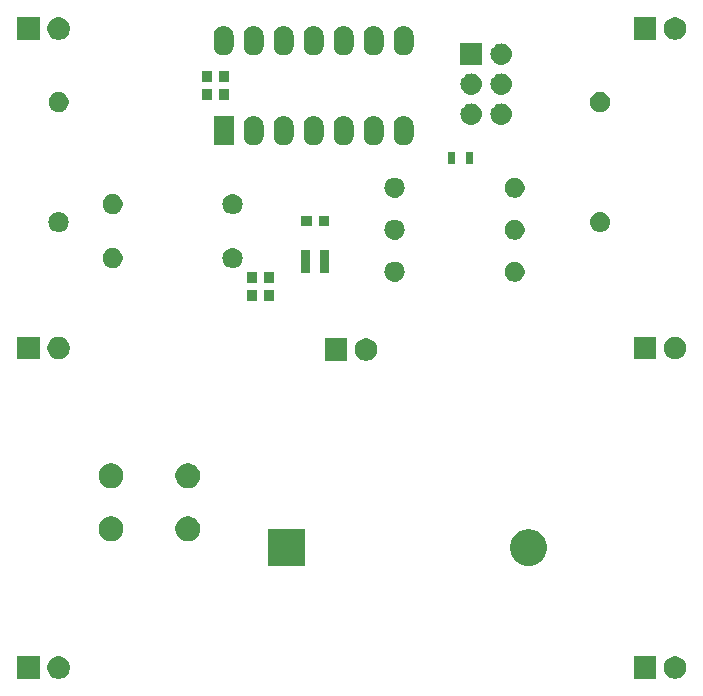
<source format=gbr>
G04 #@! TF.GenerationSoftware,KiCad,Pcbnew,(5.1.4-0-10_14)*
G04 #@! TF.CreationDate,2021-08-15T13:31:00+02:00*
G04 #@! TF.ProjectId,avrCubeRev2,61767243-7562-4655-9265-76322e6b6963,rev?*
G04 #@! TF.SameCoordinates,Original*
G04 #@! TF.FileFunction,Soldermask,Bot*
G04 #@! TF.FilePolarity,Negative*
%FSLAX46Y46*%
G04 Gerber Fmt 4.6, Leading zero omitted, Abs format (unit mm)*
G04 Created by KiCad (PCBNEW (5.1.4-0-10_14)) date 2021-08-15 13:31:00*
%MOMM*%
%LPD*%
G04 APERTURE LIST*
%ADD10C,0.100000*%
G04 APERTURE END LIST*
D10*
G36*
X108608395Y-118846546D02*
G01*
X108781466Y-118918234D01*
X108781467Y-118918235D01*
X108937227Y-119022310D01*
X109069690Y-119154773D01*
X109069691Y-119154775D01*
X109173766Y-119310534D01*
X109245454Y-119483605D01*
X109282000Y-119667333D01*
X109282000Y-119854667D01*
X109245454Y-120038395D01*
X109173766Y-120211466D01*
X109173765Y-120211467D01*
X109069690Y-120367227D01*
X108937227Y-120499690D01*
X108858818Y-120552081D01*
X108781466Y-120603766D01*
X108608395Y-120675454D01*
X108424667Y-120712000D01*
X108237333Y-120712000D01*
X108053605Y-120675454D01*
X107880534Y-120603766D01*
X107803182Y-120552081D01*
X107724773Y-120499690D01*
X107592310Y-120367227D01*
X107488235Y-120211467D01*
X107488234Y-120211466D01*
X107416546Y-120038395D01*
X107380000Y-119854667D01*
X107380000Y-119667333D01*
X107416546Y-119483605D01*
X107488234Y-119310534D01*
X107592309Y-119154775D01*
X107592310Y-119154773D01*
X107724773Y-119022310D01*
X107880533Y-118918235D01*
X107880534Y-118918234D01*
X108053605Y-118846546D01*
X108237333Y-118810000D01*
X108424667Y-118810000D01*
X108608395Y-118846546D01*
X108608395Y-118846546D01*
G37*
G36*
X106742000Y-120712000D02*
G01*
X104840000Y-120712000D01*
X104840000Y-118810000D01*
X106742000Y-118810000D01*
X106742000Y-120712000D01*
X106742000Y-120712000D01*
G37*
G36*
X56411395Y-118846546D02*
G01*
X56584466Y-118918234D01*
X56584467Y-118918235D01*
X56740227Y-119022310D01*
X56872690Y-119154773D01*
X56872691Y-119154775D01*
X56976766Y-119310534D01*
X57048454Y-119483605D01*
X57085000Y-119667333D01*
X57085000Y-119854667D01*
X57048454Y-120038395D01*
X56976766Y-120211466D01*
X56976765Y-120211467D01*
X56872690Y-120367227D01*
X56740227Y-120499690D01*
X56661818Y-120552081D01*
X56584466Y-120603766D01*
X56411395Y-120675454D01*
X56227667Y-120712000D01*
X56040333Y-120712000D01*
X55856605Y-120675454D01*
X55683534Y-120603766D01*
X55606182Y-120552081D01*
X55527773Y-120499690D01*
X55395310Y-120367227D01*
X55291235Y-120211467D01*
X55291234Y-120211466D01*
X55219546Y-120038395D01*
X55183000Y-119854667D01*
X55183000Y-119667333D01*
X55219546Y-119483605D01*
X55291234Y-119310534D01*
X55395309Y-119154775D01*
X55395310Y-119154773D01*
X55527773Y-119022310D01*
X55683533Y-118918235D01*
X55683534Y-118918234D01*
X55856605Y-118846546D01*
X56040333Y-118810000D01*
X56227667Y-118810000D01*
X56411395Y-118846546D01*
X56411395Y-118846546D01*
G37*
G36*
X54545000Y-120712000D02*
G01*
X52643000Y-120712000D01*
X52643000Y-118810000D01*
X54545000Y-118810000D01*
X54545000Y-120712000D01*
X54545000Y-120712000D01*
G37*
G36*
X76989000Y-111152000D02*
G01*
X73887000Y-111152000D01*
X73887000Y-108050000D01*
X76989000Y-108050000D01*
X76989000Y-111152000D01*
X76989000Y-111152000D01*
G37*
G36*
X96230585Y-108079802D02*
G01*
X96380410Y-108109604D01*
X96662674Y-108226521D01*
X96916705Y-108396259D01*
X97132741Y-108612295D01*
X97302479Y-108866326D01*
X97419396Y-109148590D01*
X97479000Y-109448240D01*
X97479000Y-109753760D01*
X97419396Y-110053410D01*
X97302479Y-110335674D01*
X97132741Y-110589705D01*
X96916705Y-110805741D01*
X96662674Y-110975479D01*
X96380410Y-111092396D01*
X96230585Y-111122198D01*
X96080761Y-111152000D01*
X95775239Y-111152000D01*
X95625415Y-111122198D01*
X95475590Y-111092396D01*
X95193326Y-110975479D01*
X94939295Y-110805741D01*
X94723259Y-110589705D01*
X94553521Y-110335674D01*
X94436604Y-110053410D01*
X94377000Y-109753760D01*
X94377000Y-109448240D01*
X94436604Y-109148590D01*
X94553521Y-108866326D01*
X94723259Y-108612295D01*
X94939295Y-108396259D01*
X95193326Y-108226521D01*
X95475590Y-108109604D01*
X95625415Y-108079802D01*
X95775239Y-108050000D01*
X96080761Y-108050000D01*
X96230585Y-108079802D01*
X96230585Y-108079802D01*
G37*
G36*
X60885564Y-106994389D02*
G01*
X61076833Y-107073615D01*
X61076835Y-107073616D01*
X61248973Y-107188635D01*
X61395365Y-107335027D01*
X61510385Y-107507167D01*
X61589611Y-107698436D01*
X61630000Y-107901484D01*
X61630000Y-108108516D01*
X61589611Y-108311564D01*
X61510385Y-108502833D01*
X61510384Y-108502835D01*
X61395365Y-108674973D01*
X61248973Y-108821365D01*
X61076835Y-108936384D01*
X61076834Y-108936385D01*
X61076833Y-108936385D01*
X60885564Y-109015611D01*
X60682516Y-109056000D01*
X60475484Y-109056000D01*
X60272436Y-109015611D01*
X60081167Y-108936385D01*
X60081166Y-108936385D01*
X60081165Y-108936384D01*
X59909027Y-108821365D01*
X59762635Y-108674973D01*
X59647616Y-108502835D01*
X59647615Y-108502833D01*
X59568389Y-108311564D01*
X59528000Y-108108516D01*
X59528000Y-107901484D01*
X59568389Y-107698436D01*
X59647615Y-107507167D01*
X59762635Y-107335027D01*
X59909027Y-107188635D01*
X60081165Y-107073616D01*
X60081167Y-107073615D01*
X60272436Y-106994389D01*
X60475484Y-106954000D01*
X60682516Y-106954000D01*
X60885564Y-106994389D01*
X60885564Y-106994389D01*
G37*
G36*
X67385564Y-106994389D02*
G01*
X67576833Y-107073615D01*
X67576835Y-107073616D01*
X67748973Y-107188635D01*
X67895365Y-107335027D01*
X68010385Y-107507167D01*
X68089611Y-107698436D01*
X68130000Y-107901484D01*
X68130000Y-108108516D01*
X68089611Y-108311564D01*
X68010385Y-108502833D01*
X68010384Y-108502835D01*
X67895365Y-108674973D01*
X67748973Y-108821365D01*
X67576835Y-108936384D01*
X67576834Y-108936385D01*
X67576833Y-108936385D01*
X67385564Y-109015611D01*
X67182516Y-109056000D01*
X66975484Y-109056000D01*
X66772436Y-109015611D01*
X66581167Y-108936385D01*
X66581166Y-108936385D01*
X66581165Y-108936384D01*
X66409027Y-108821365D01*
X66262635Y-108674973D01*
X66147616Y-108502835D01*
X66147615Y-108502833D01*
X66068389Y-108311564D01*
X66028000Y-108108516D01*
X66028000Y-107901484D01*
X66068389Y-107698436D01*
X66147615Y-107507167D01*
X66262635Y-107335027D01*
X66409027Y-107188635D01*
X66581165Y-107073616D01*
X66581167Y-107073615D01*
X66772436Y-106994389D01*
X66975484Y-106954000D01*
X67182516Y-106954000D01*
X67385564Y-106994389D01*
X67385564Y-106994389D01*
G37*
G36*
X60885564Y-102494389D02*
G01*
X61076833Y-102573615D01*
X61076835Y-102573616D01*
X61248973Y-102688635D01*
X61395365Y-102835027D01*
X61510385Y-103007167D01*
X61589611Y-103198436D01*
X61630000Y-103401484D01*
X61630000Y-103608516D01*
X61589611Y-103811564D01*
X61510385Y-104002833D01*
X61510384Y-104002835D01*
X61395365Y-104174973D01*
X61248973Y-104321365D01*
X61076835Y-104436384D01*
X61076834Y-104436385D01*
X61076833Y-104436385D01*
X60885564Y-104515611D01*
X60682516Y-104556000D01*
X60475484Y-104556000D01*
X60272436Y-104515611D01*
X60081167Y-104436385D01*
X60081166Y-104436385D01*
X60081165Y-104436384D01*
X59909027Y-104321365D01*
X59762635Y-104174973D01*
X59647616Y-104002835D01*
X59647615Y-104002833D01*
X59568389Y-103811564D01*
X59528000Y-103608516D01*
X59528000Y-103401484D01*
X59568389Y-103198436D01*
X59647615Y-103007167D01*
X59762635Y-102835027D01*
X59909027Y-102688635D01*
X60081165Y-102573616D01*
X60081167Y-102573615D01*
X60272436Y-102494389D01*
X60475484Y-102454000D01*
X60682516Y-102454000D01*
X60885564Y-102494389D01*
X60885564Y-102494389D01*
G37*
G36*
X67385564Y-102494389D02*
G01*
X67576833Y-102573615D01*
X67576835Y-102573616D01*
X67748973Y-102688635D01*
X67895365Y-102835027D01*
X68010385Y-103007167D01*
X68089611Y-103198436D01*
X68130000Y-103401484D01*
X68130000Y-103608516D01*
X68089611Y-103811564D01*
X68010385Y-104002833D01*
X68010384Y-104002835D01*
X67895365Y-104174973D01*
X67748973Y-104321365D01*
X67576835Y-104436384D01*
X67576834Y-104436385D01*
X67576833Y-104436385D01*
X67385564Y-104515611D01*
X67182516Y-104556000D01*
X66975484Y-104556000D01*
X66772436Y-104515611D01*
X66581167Y-104436385D01*
X66581166Y-104436385D01*
X66581165Y-104436384D01*
X66409027Y-104321365D01*
X66262635Y-104174973D01*
X66147616Y-104002835D01*
X66147615Y-104002833D01*
X66068389Y-103811564D01*
X66028000Y-103608516D01*
X66028000Y-103401484D01*
X66068389Y-103198436D01*
X66147615Y-103007167D01*
X66262635Y-102835027D01*
X66409027Y-102688635D01*
X66581165Y-102573616D01*
X66581167Y-102573615D01*
X66772436Y-102494389D01*
X66975484Y-102454000D01*
X67182516Y-102454000D01*
X67385564Y-102494389D01*
X67385564Y-102494389D01*
G37*
G36*
X82446395Y-91922546D02*
G01*
X82619466Y-91994234D01*
X82619467Y-91994235D01*
X82775227Y-92098310D01*
X82907690Y-92230773D01*
X82907691Y-92230775D01*
X83011766Y-92386534D01*
X83083454Y-92559605D01*
X83120000Y-92743333D01*
X83120000Y-92930667D01*
X83083454Y-93114395D01*
X83011766Y-93287466D01*
X83011765Y-93287467D01*
X82907690Y-93443227D01*
X82775227Y-93575690D01*
X82702248Y-93624453D01*
X82619466Y-93679766D01*
X82446395Y-93751454D01*
X82262667Y-93788000D01*
X82075333Y-93788000D01*
X81891605Y-93751454D01*
X81718534Y-93679766D01*
X81635752Y-93624453D01*
X81562773Y-93575690D01*
X81430310Y-93443227D01*
X81326235Y-93287467D01*
X81326234Y-93287466D01*
X81254546Y-93114395D01*
X81218000Y-92930667D01*
X81218000Y-92743333D01*
X81254546Y-92559605D01*
X81326234Y-92386534D01*
X81430309Y-92230775D01*
X81430310Y-92230773D01*
X81562773Y-92098310D01*
X81718533Y-91994235D01*
X81718534Y-91994234D01*
X81891605Y-91922546D01*
X82075333Y-91886000D01*
X82262667Y-91886000D01*
X82446395Y-91922546D01*
X82446395Y-91922546D01*
G37*
G36*
X80580000Y-93788000D02*
G01*
X78678000Y-93788000D01*
X78678000Y-91886000D01*
X80580000Y-91886000D01*
X80580000Y-93788000D01*
X80580000Y-93788000D01*
G37*
G36*
X108608395Y-91795546D02*
G01*
X108781466Y-91867234D01*
X108781467Y-91867235D01*
X108937227Y-91971310D01*
X109069690Y-92103773D01*
X109069691Y-92103775D01*
X109173766Y-92259534D01*
X109245454Y-92432605D01*
X109282000Y-92616333D01*
X109282000Y-92803667D01*
X109245454Y-92987395D01*
X109173766Y-93160466D01*
X109173765Y-93160467D01*
X109069690Y-93316227D01*
X108937227Y-93448690D01*
X108858818Y-93501081D01*
X108781466Y-93552766D01*
X108608395Y-93624454D01*
X108424667Y-93661000D01*
X108237333Y-93661000D01*
X108053605Y-93624454D01*
X107880534Y-93552766D01*
X107803182Y-93501081D01*
X107724773Y-93448690D01*
X107592310Y-93316227D01*
X107488235Y-93160467D01*
X107488234Y-93160466D01*
X107416546Y-92987395D01*
X107380000Y-92803667D01*
X107380000Y-92616333D01*
X107416546Y-92432605D01*
X107488234Y-92259534D01*
X107592309Y-92103775D01*
X107592310Y-92103773D01*
X107724773Y-91971310D01*
X107880533Y-91867235D01*
X107880534Y-91867234D01*
X108053605Y-91795546D01*
X108237333Y-91759000D01*
X108424667Y-91759000D01*
X108608395Y-91795546D01*
X108608395Y-91795546D01*
G37*
G36*
X106742000Y-93661000D02*
G01*
X104840000Y-93661000D01*
X104840000Y-91759000D01*
X106742000Y-91759000D01*
X106742000Y-93661000D01*
X106742000Y-93661000D01*
G37*
G36*
X56411395Y-91795546D02*
G01*
X56584466Y-91867234D01*
X56584467Y-91867235D01*
X56740227Y-91971310D01*
X56872690Y-92103773D01*
X56872691Y-92103775D01*
X56976766Y-92259534D01*
X57048454Y-92432605D01*
X57085000Y-92616333D01*
X57085000Y-92803667D01*
X57048454Y-92987395D01*
X56976766Y-93160466D01*
X56976765Y-93160467D01*
X56872690Y-93316227D01*
X56740227Y-93448690D01*
X56661818Y-93501081D01*
X56584466Y-93552766D01*
X56411395Y-93624454D01*
X56227667Y-93661000D01*
X56040333Y-93661000D01*
X55856605Y-93624454D01*
X55683534Y-93552766D01*
X55606182Y-93501081D01*
X55527773Y-93448690D01*
X55395310Y-93316227D01*
X55291235Y-93160467D01*
X55291234Y-93160466D01*
X55219546Y-92987395D01*
X55183000Y-92803667D01*
X55183000Y-92616333D01*
X55219546Y-92432605D01*
X55291234Y-92259534D01*
X55395309Y-92103775D01*
X55395310Y-92103773D01*
X55527773Y-91971310D01*
X55683533Y-91867235D01*
X55683534Y-91867234D01*
X55856605Y-91795546D01*
X56040333Y-91759000D01*
X56227667Y-91759000D01*
X56411395Y-91795546D01*
X56411395Y-91795546D01*
G37*
G36*
X54545000Y-93661000D02*
G01*
X52643000Y-93661000D01*
X52643000Y-91759000D01*
X54545000Y-91759000D01*
X54545000Y-93661000D01*
X54545000Y-93661000D01*
G37*
G36*
X74340000Y-88704000D02*
G01*
X73488000Y-88704000D01*
X73488000Y-87802000D01*
X74340000Y-87802000D01*
X74340000Y-88704000D01*
X74340000Y-88704000D01*
G37*
G36*
X72943000Y-88704000D02*
G01*
X72091000Y-88704000D01*
X72091000Y-87802000D01*
X72943000Y-87802000D01*
X72943000Y-88704000D01*
X72943000Y-88704000D01*
G37*
G36*
X74340000Y-87204000D02*
G01*
X73488000Y-87204000D01*
X73488000Y-86302000D01*
X74340000Y-86302000D01*
X74340000Y-87204000D01*
X74340000Y-87204000D01*
G37*
G36*
X72943000Y-87204000D02*
G01*
X72091000Y-87204000D01*
X72091000Y-86302000D01*
X72943000Y-86302000D01*
X72943000Y-87204000D01*
X72943000Y-87204000D01*
G37*
G36*
X94990228Y-85414703D02*
G01*
X95145100Y-85478853D01*
X95284481Y-85571985D01*
X95403015Y-85690519D01*
X95496147Y-85829900D01*
X95560297Y-85984772D01*
X95593000Y-86149184D01*
X95593000Y-86316816D01*
X95560297Y-86481228D01*
X95496147Y-86636100D01*
X95403015Y-86775481D01*
X95284481Y-86894015D01*
X95145100Y-86987147D01*
X94990228Y-87051297D01*
X94825816Y-87084000D01*
X94658184Y-87084000D01*
X94493772Y-87051297D01*
X94338900Y-86987147D01*
X94199519Y-86894015D01*
X94080985Y-86775481D01*
X93987853Y-86636100D01*
X93923703Y-86481228D01*
X93891000Y-86316816D01*
X93891000Y-86149184D01*
X93923703Y-85984772D01*
X93987853Y-85829900D01*
X94080985Y-85690519D01*
X94199519Y-85571985D01*
X94338900Y-85478853D01*
X94493772Y-85414703D01*
X94658184Y-85382000D01*
X94825816Y-85382000D01*
X94990228Y-85414703D01*
X94990228Y-85414703D01*
G37*
G36*
X84748823Y-85394313D02*
G01*
X84909242Y-85442976D01*
X85003017Y-85493100D01*
X85057078Y-85521996D01*
X85186659Y-85628341D01*
X85293004Y-85757922D01*
X85293005Y-85757924D01*
X85372024Y-85905758D01*
X85372025Y-85905761D01*
X85381083Y-85935620D01*
X85420687Y-86066177D01*
X85437117Y-86233000D01*
X85420687Y-86399823D01*
X85372024Y-86560242D01*
X85331477Y-86636100D01*
X85293004Y-86708078D01*
X85186659Y-86837659D01*
X85057078Y-86944004D01*
X85057076Y-86944005D01*
X84909242Y-87023024D01*
X84748823Y-87071687D01*
X84623804Y-87084000D01*
X84540196Y-87084000D01*
X84415177Y-87071687D01*
X84254758Y-87023024D01*
X84106924Y-86944005D01*
X84106922Y-86944004D01*
X83977341Y-86837659D01*
X83870996Y-86708078D01*
X83832523Y-86636100D01*
X83791976Y-86560242D01*
X83743313Y-86399823D01*
X83726883Y-86233000D01*
X83743313Y-86066177D01*
X83782917Y-85935620D01*
X83791975Y-85905761D01*
X83791976Y-85905758D01*
X83870995Y-85757924D01*
X83870996Y-85757922D01*
X83977341Y-85628341D01*
X84106922Y-85521996D01*
X84160983Y-85493100D01*
X84254758Y-85442976D01*
X84415177Y-85394313D01*
X84540196Y-85382000D01*
X84623804Y-85382000D01*
X84748823Y-85394313D01*
X84748823Y-85394313D01*
G37*
G36*
X77452000Y-86320000D02*
G01*
X76650000Y-86320000D01*
X76650000Y-84368000D01*
X77452000Y-84368000D01*
X77452000Y-86320000D01*
X77452000Y-86320000D01*
G37*
G36*
X79052000Y-86320000D02*
G01*
X78250000Y-86320000D01*
X78250000Y-84368000D01*
X79052000Y-84368000D01*
X79052000Y-86320000D01*
X79052000Y-86320000D01*
G37*
G36*
X71032823Y-84251313D02*
G01*
X71193242Y-84299976D01*
X71260361Y-84335852D01*
X71341078Y-84378996D01*
X71470659Y-84485341D01*
X71577004Y-84614922D01*
X71577005Y-84614924D01*
X71656024Y-84762758D01*
X71704687Y-84923177D01*
X71721117Y-85090000D01*
X71704687Y-85256823D01*
X71666715Y-85382000D01*
X71662980Y-85394313D01*
X71656024Y-85417242D01*
X71615477Y-85493100D01*
X71577004Y-85565078D01*
X71470659Y-85694659D01*
X71341078Y-85801004D01*
X71341076Y-85801005D01*
X71193242Y-85880024D01*
X71032823Y-85928687D01*
X70907804Y-85941000D01*
X70824196Y-85941000D01*
X70699177Y-85928687D01*
X70538758Y-85880024D01*
X70390924Y-85801005D01*
X70390922Y-85801004D01*
X70261341Y-85694659D01*
X70154996Y-85565078D01*
X70116523Y-85493100D01*
X70075976Y-85417242D01*
X70069021Y-85394313D01*
X70065285Y-85382000D01*
X70027313Y-85256823D01*
X70010883Y-85090000D01*
X70027313Y-84923177D01*
X70075976Y-84762758D01*
X70154995Y-84614924D01*
X70154996Y-84614922D01*
X70261341Y-84485341D01*
X70390922Y-84378996D01*
X70471639Y-84335852D01*
X70538758Y-84299976D01*
X70699177Y-84251313D01*
X70824196Y-84239000D01*
X70907804Y-84239000D01*
X71032823Y-84251313D01*
X71032823Y-84251313D01*
G37*
G36*
X60954228Y-84271703D02*
G01*
X61109100Y-84335853D01*
X61248481Y-84428985D01*
X61367015Y-84547519D01*
X61460147Y-84686900D01*
X61524297Y-84841772D01*
X61557000Y-85006184D01*
X61557000Y-85173816D01*
X61524297Y-85338228D01*
X61460147Y-85493100D01*
X61367015Y-85632481D01*
X61248481Y-85751015D01*
X61109100Y-85844147D01*
X60954228Y-85908297D01*
X60789816Y-85941000D01*
X60622184Y-85941000D01*
X60457772Y-85908297D01*
X60302900Y-85844147D01*
X60163519Y-85751015D01*
X60044985Y-85632481D01*
X59951853Y-85493100D01*
X59887703Y-85338228D01*
X59855000Y-85173816D01*
X59855000Y-85006184D01*
X59887703Y-84841772D01*
X59951853Y-84686900D01*
X60044985Y-84547519D01*
X60163519Y-84428985D01*
X60302900Y-84335853D01*
X60457772Y-84271703D01*
X60622184Y-84239000D01*
X60789816Y-84239000D01*
X60954228Y-84271703D01*
X60954228Y-84271703D01*
G37*
G36*
X94990228Y-81858703D02*
G01*
X95145100Y-81922853D01*
X95284481Y-82015985D01*
X95403015Y-82134519D01*
X95496147Y-82273900D01*
X95560297Y-82428772D01*
X95593000Y-82593184D01*
X95593000Y-82760816D01*
X95560297Y-82925228D01*
X95496147Y-83080100D01*
X95403015Y-83219481D01*
X95284481Y-83338015D01*
X95145100Y-83431147D01*
X94990228Y-83495297D01*
X94825816Y-83528000D01*
X94658184Y-83528000D01*
X94493772Y-83495297D01*
X94338900Y-83431147D01*
X94199519Y-83338015D01*
X94080985Y-83219481D01*
X93987853Y-83080100D01*
X93923703Y-82925228D01*
X93891000Y-82760816D01*
X93891000Y-82593184D01*
X93923703Y-82428772D01*
X93987853Y-82273900D01*
X94080985Y-82134519D01*
X94199519Y-82015985D01*
X94338900Y-81922853D01*
X94493772Y-81858703D01*
X94658184Y-81826000D01*
X94825816Y-81826000D01*
X94990228Y-81858703D01*
X94990228Y-81858703D01*
G37*
G36*
X84748823Y-81838313D02*
G01*
X84909242Y-81886976D01*
X84976361Y-81922852D01*
X85057078Y-81965996D01*
X85186659Y-82072341D01*
X85293004Y-82201922D01*
X85293005Y-82201924D01*
X85372024Y-82349758D01*
X85420687Y-82510177D01*
X85437117Y-82677000D01*
X85420687Y-82843823D01*
X85372024Y-83004242D01*
X85331477Y-83080100D01*
X85293004Y-83152078D01*
X85186659Y-83281659D01*
X85057078Y-83388004D01*
X85057076Y-83388005D01*
X84909242Y-83467024D01*
X84748823Y-83515687D01*
X84623804Y-83528000D01*
X84540196Y-83528000D01*
X84415177Y-83515687D01*
X84254758Y-83467024D01*
X84106924Y-83388005D01*
X84106922Y-83388004D01*
X83977341Y-83281659D01*
X83870996Y-83152078D01*
X83832523Y-83080100D01*
X83791976Y-83004242D01*
X83743313Y-82843823D01*
X83726883Y-82677000D01*
X83743313Y-82510177D01*
X83791976Y-82349758D01*
X83870995Y-82201924D01*
X83870996Y-82201922D01*
X83977341Y-82072341D01*
X84106922Y-81965996D01*
X84187639Y-81922852D01*
X84254758Y-81886976D01*
X84415177Y-81838313D01*
X84540196Y-81826000D01*
X84623804Y-81826000D01*
X84748823Y-81838313D01*
X84748823Y-81838313D01*
G37*
G36*
X56300823Y-81203313D02*
G01*
X56461242Y-81251976D01*
X56566100Y-81308024D01*
X56609078Y-81330996D01*
X56738659Y-81437341D01*
X56845004Y-81566922D01*
X56845005Y-81566924D01*
X56924024Y-81714758D01*
X56972687Y-81875177D01*
X56989117Y-82042000D01*
X56972687Y-82208823D01*
X56924024Y-82369242D01*
X56853114Y-82501906D01*
X56845004Y-82517078D01*
X56738659Y-82646659D01*
X56609078Y-82753004D01*
X56609076Y-82753005D01*
X56461242Y-82832024D01*
X56300823Y-82880687D01*
X56175804Y-82893000D01*
X56092196Y-82893000D01*
X55967177Y-82880687D01*
X55806758Y-82832024D01*
X55658924Y-82753005D01*
X55658922Y-82753004D01*
X55529341Y-82646659D01*
X55422996Y-82517078D01*
X55414886Y-82501906D01*
X55343976Y-82369242D01*
X55295313Y-82208823D01*
X55278883Y-82042000D01*
X55295313Y-81875177D01*
X55343976Y-81714758D01*
X55422995Y-81566924D01*
X55422996Y-81566922D01*
X55529341Y-81437341D01*
X55658922Y-81330996D01*
X55701900Y-81308024D01*
X55806758Y-81251976D01*
X55967177Y-81203313D01*
X56092196Y-81191000D01*
X56175804Y-81191000D01*
X56300823Y-81203313D01*
X56300823Y-81203313D01*
G37*
G36*
X102147823Y-81203313D02*
G01*
X102308242Y-81251976D01*
X102413100Y-81308024D01*
X102456078Y-81330996D01*
X102585659Y-81437341D01*
X102692004Y-81566922D01*
X102692005Y-81566924D01*
X102771024Y-81714758D01*
X102819687Y-81875177D01*
X102836117Y-82042000D01*
X102819687Y-82208823D01*
X102771024Y-82369242D01*
X102700114Y-82501906D01*
X102692004Y-82517078D01*
X102585659Y-82646659D01*
X102456078Y-82753004D01*
X102456076Y-82753005D01*
X102308242Y-82832024D01*
X102147823Y-82880687D01*
X102022804Y-82893000D01*
X101939196Y-82893000D01*
X101814177Y-82880687D01*
X101653758Y-82832024D01*
X101505924Y-82753005D01*
X101505922Y-82753004D01*
X101376341Y-82646659D01*
X101269996Y-82517078D01*
X101261886Y-82501906D01*
X101190976Y-82369242D01*
X101142313Y-82208823D01*
X101125883Y-82042000D01*
X101142313Y-81875177D01*
X101190976Y-81714758D01*
X101269995Y-81566924D01*
X101269996Y-81566922D01*
X101376341Y-81437341D01*
X101505922Y-81330996D01*
X101548900Y-81308024D01*
X101653758Y-81251976D01*
X101814177Y-81203313D01*
X101939196Y-81191000D01*
X102022804Y-81191000D01*
X102147823Y-81203313D01*
X102147823Y-81203313D01*
G37*
G36*
X79052000Y-82341000D02*
G01*
X78150000Y-82341000D01*
X78150000Y-81489000D01*
X79052000Y-81489000D01*
X79052000Y-82341000D01*
X79052000Y-82341000D01*
G37*
G36*
X77552000Y-82341000D02*
G01*
X76650000Y-82341000D01*
X76650000Y-81489000D01*
X77552000Y-81489000D01*
X77552000Y-82341000D01*
X77552000Y-82341000D01*
G37*
G36*
X71032823Y-79679313D02*
G01*
X71193242Y-79727976D01*
X71325906Y-79798886D01*
X71341078Y-79806996D01*
X71470659Y-79913341D01*
X71577004Y-80042922D01*
X71577005Y-80042924D01*
X71656024Y-80190758D01*
X71704687Y-80351177D01*
X71721117Y-80518000D01*
X71704687Y-80684823D01*
X71656024Y-80845242D01*
X71615477Y-80921100D01*
X71577004Y-80993078D01*
X71470659Y-81122659D01*
X71341078Y-81229004D01*
X71341076Y-81229005D01*
X71193242Y-81308024D01*
X71032823Y-81356687D01*
X70907804Y-81369000D01*
X70824196Y-81369000D01*
X70699177Y-81356687D01*
X70538758Y-81308024D01*
X70390924Y-81229005D01*
X70390922Y-81229004D01*
X70261341Y-81122659D01*
X70154996Y-80993078D01*
X70116523Y-80921100D01*
X70075976Y-80845242D01*
X70027313Y-80684823D01*
X70010883Y-80518000D01*
X70027313Y-80351177D01*
X70075976Y-80190758D01*
X70154995Y-80042924D01*
X70154996Y-80042922D01*
X70261341Y-79913341D01*
X70390922Y-79806996D01*
X70406094Y-79798886D01*
X70538758Y-79727976D01*
X70699177Y-79679313D01*
X70824196Y-79667000D01*
X70907804Y-79667000D01*
X71032823Y-79679313D01*
X71032823Y-79679313D01*
G37*
G36*
X60954228Y-79699703D02*
G01*
X61109100Y-79763853D01*
X61248481Y-79856985D01*
X61367015Y-79975519D01*
X61460147Y-80114900D01*
X61524297Y-80269772D01*
X61557000Y-80434184D01*
X61557000Y-80601816D01*
X61524297Y-80766228D01*
X61460147Y-80921100D01*
X61367015Y-81060481D01*
X61248481Y-81179015D01*
X61109100Y-81272147D01*
X60954228Y-81336297D01*
X60789816Y-81369000D01*
X60622184Y-81369000D01*
X60457772Y-81336297D01*
X60302900Y-81272147D01*
X60163519Y-81179015D01*
X60044985Y-81060481D01*
X59951853Y-80921100D01*
X59887703Y-80766228D01*
X59855000Y-80601816D01*
X59855000Y-80434184D01*
X59887703Y-80269772D01*
X59951853Y-80114900D01*
X60044985Y-79975519D01*
X60163519Y-79856985D01*
X60302900Y-79763853D01*
X60457772Y-79699703D01*
X60622184Y-79667000D01*
X60789816Y-79667000D01*
X60954228Y-79699703D01*
X60954228Y-79699703D01*
G37*
G36*
X94990228Y-78302703D02*
G01*
X95145100Y-78366853D01*
X95284481Y-78459985D01*
X95403015Y-78578519D01*
X95496147Y-78717900D01*
X95560297Y-78872772D01*
X95593000Y-79037184D01*
X95593000Y-79204816D01*
X95560297Y-79369228D01*
X95496147Y-79524100D01*
X95403015Y-79663481D01*
X95284481Y-79782015D01*
X95145100Y-79875147D01*
X94990228Y-79939297D01*
X94825816Y-79972000D01*
X94658184Y-79972000D01*
X94493772Y-79939297D01*
X94338900Y-79875147D01*
X94199519Y-79782015D01*
X94080985Y-79663481D01*
X93987853Y-79524100D01*
X93923703Y-79369228D01*
X93891000Y-79204816D01*
X93891000Y-79037184D01*
X93923703Y-78872772D01*
X93987853Y-78717900D01*
X94080985Y-78578519D01*
X94199519Y-78459985D01*
X94338900Y-78366853D01*
X94493772Y-78302703D01*
X94658184Y-78270000D01*
X94825816Y-78270000D01*
X94990228Y-78302703D01*
X94990228Y-78302703D01*
G37*
G36*
X84748823Y-78282313D02*
G01*
X84909242Y-78330976D01*
X84976361Y-78366852D01*
X85057078Y-78409996D01*
X85186659Y-78516341D01*
X85293004Y-78645922D01*
X85293005Y-78645924D01*
X85372024Y-78793758D01*
X85420687Y-78954177D01*
X85437117Y-79121000D01*
X85420687Y-79287823D01*
X85372024Y-79448242D01*
X85331477Y-79524100D01*
X85293004Y-79596078D01*
X85186659Y-79725659D01*
X85057078Y-79832004D01*
X85057076Y-79832005D01*
X84909242Y-79911024D01*
X84748823Y-79959687D01*
X84623804Y-79972000D01*
X84540196Y-79972000D01*
X84415177Y-79959687D01*
X84254758Y-79911024D01*
X84106924Y-79832005D01*
X84106922Y-79832004D01*
X83977341Y-79725659D01*
X83870996Y-79596078D01*
X83832523Y-79524100D01*
X83791976Y-79448242D01*
X83743313Y-79287823D01*
X83726883Y-79121000D01*
X83743313Y-78954177D01*
X83791976Y-78793758D01*
X83870995Y-78645924D01*
X83870996Y-78645922D01*
X83977341Y-78516341D01*
X84106922Y-78409996D01*
X84187639Y-78366852D01*
X84254758Y-78330976D01*
X84415177Y-78282313D01*
X84540196Y-78270000D01*
X84623804Y-78270000D01*
X84748823Y-78282313D01*
X84748823Y-78282313D01*
G37*
G36*
X89721000Y-77082000D02*
G01*
X89119000Y-77082000D01*
X89119000Y-76080000D01*
X89721000Y-76080000D01*
X89721000Y-77082000D01*
X89721000Y-77082000D01*
G37*
G36*
X91221000Y-77082000D02*
G01*
X90619000Y-77082000D01*
X90619000Y-76080000D01*
X91221000Y-76080000D01*
X91221000Y-77082000D01*
X91221000Y-77082000D01*
G37*
G36*
X82970822Y-73056313D02*
G01*
X83131241Y-73104976D01*
X83279077Y-73183995D01*
X83408659Y-73290341D01*
X83515004Y-73419922D01*
X83515005Y-73419924D01*
X83594024Y-73567758D01*
X83642687Y-73728177D01*
X83655000Y-73853196D01*
X83655000Y-74736803D01*
X83642687Y-74861822D01*
X83594024Y-75022242D01*
X83523114Y-75154906D01*
X83515004Y-75170078D01*
X83408659Y-75299659D01*
X83279078Y-75406004D01*
X83279076Y-75406005D01*
X83131242Y-75485024D01*
X82970823Y-75533687D01*
X82804000Y-75550117D01*
X82637178Y-75533687D01*
X82476759Y-75485024D01*
X82328925Y-75406005D01*
X82328923Y-75406004D01*
X82199342Y-75299659D01*
X82092997Y-75170078D01*
X82084887Y-75154906D01*
X82013977Y-75022242D01*
X81965314Y-74861823D01*
X81953000Y-74736803D01*
X81953000Y-73853197D01*
X81965313Y-73728178D01*
X82013976Y-73567759D01*
X82092995Y-73419923D01*
X82199341Y-73290341D01*
X82255240Y-73244466D01*
X82328922Y-73183996D01*
X82344094Y-73175886D01*
X82476758Y-73104976D01*
X82637177Y-73056313D01*
X82804000Y-73039883D01*
X82970822Y-73056313D01*
X82970822Y-73056313D01*
G37*
G36*
X85510822Y-73056313D02*
G01*
X85671241Y-73104976D01*
X85819077Y-73183995D01*
X85948659Y-73290341D01*
X86055004Y-73419922D01*
X86055005Y-73419924D01*
X86134024Y-73567758D01*
X86182687Y-73728177D01*
X86195000Y-73853196D01*
X86195000Y-74736803D01*
X86182687Y-74861822D01*
X86134024Y-75022242D01*
X86063114Y-75154906D01*
X86055004Y-75170078D01*
X85948659Y-75299659D01*
X85819078Y-75406004D01*
X85819076Y-75406005D01*
X85671242Y-75485024D01*
X85510823Y-75533687D01*
X85344000Y-75550117D01*
X85177178Y-75533687D01*
X85016759Y-75485024D01*
X84868925Y-75406005D01*
X84868923Y-75406004D01*
X84739342Y-75299659D01*
X84632997Y-75170078D01*
X84624887Y-75154906D01*
X84553977Y-75022242D01*
X84505314Y-74861823D01*
X84493000Y-74736803D01*
X84493000Y-73853197D01*
X84505313Y-73728178D01*
X84553976Y-73567759D01*
X84632995Y-73419923D01*
X84739341Y-73290341D01*
X84795240Y-73244466D01*
X84868922Y-73183996D01*
X84884094Y-73175886D01*
X85016758Y-73104976D01*
X85177177Y-73056313D01*
X85344000Y-73039883D01*
X85510822Y-73056313D01*
X85510822Y-73056313D01*
G37*
G36*
X80430822Y-73056313D02*
G01*
X80591241Y-73104976D01*
X80739077Y-73183995D01*
X80868659Y-73290341D01*
X80975004Y-73419922D01*
X80975005Y-73419924D01*
X81054024Y-73567758D01*
X81102687Y-73728177D01*
X81115000Y-73853196D01*
X81115000Y-74736803D01*
X81102687Y-74861822D01*
X81054024Y-75022242D01*
X80983114Y-75154906D01*
X80975004Y-75170078D01*
X80868659Y-75299659D01*
X80739078Y-75406004D01*
X80739076Y-75406005D01*
X80591242Y-75485024D01*
X80430823Y-75533687D01*
X80264000Y-75550117D01*
X80097178Y-75533687D01*
X79936759Y-75485024D01*
X79788925Y-75406005D01*
X79788923Y-75406004D01*
X79659342Y-75299659D01*
X79552997Y-75170078D01*
X79544887Y-75154906D01*
X79473977Y-75022242D01*
X79425314Y-74861823D01*
X79413000Y-74736803D01*
X79413000Y-73853197D01*
X79425313Y-73728178D01*
X79473976Y-73567759D01*
X79552995Y-73419923D01*
X79659341Y-73290341D01*
X79715240Y-73244466D01*
X79788922Y-73183996D01*
X79804094Y-73175886D01*
X79936758Y-73104976D01*
X80097177Y-73056313D01*
X80264000Y-73039883D01*
X80430822Y-73056313D01*
X80430822Y-73056313D01*
G37*
G36*
X77890822Y-73056313D02*
G01*
X78051241Y-73104976D01*
X78199077Y-73183995D01*
X78328659Y-73290341D01*
X78435004Y-73419922D01*
X78435005Y-73419924D01*
X78514024Y-73567758D01*
X78562687Y-73728177D01*
X78575000Y-73853196D01*
X78575000Y-74736803D01*
X78562687Y-74861822D01*
X78514024Y-75022242D01*
X78443114Y-75154906D01*
X78435004Y-75170078D01*
X78328659Y-75299659D01*
X78199078Y-75406004D01*
X78199076Y-75406005D01*
X78051242Y-75485024D01*
X77890823Y-75533687D01*
X77724000Y-75550117D01*
X77557178Y-75533687D01*
X77396759Y-75485024D01*
X77248925Y-75406005D01*
X77248923Y-75406004D01*
X77119342Y-75299659D01*
X77012997Y-75170078D01*
X77004887Y-75154906D01*
X76933977Y-75022242D01*
X76885314Y-74861823D01*
X76873000Y-74736803D01*
X76873000Y-73853197D01*
X76885313Y-73728178D01*
X76933976Y-73567759D01*
X77012995Y-73419923D01*
X77119341Y-73290341D01*
X77175240Y-73244466D01*
X77248922Y-73183996D01*
X77264094Y-73175886D01*
X77396758Y-73104976D01*
X77557177Y-73056313D01*
X77724000Y-73039883D01*
X77890822Y-73056313D01*
X77890822Y-73056313D01*
G37*
G36*
X72810822Y-73056313D02*
G01*
X72971241Y-73104976D01*
X73119077Y-73183995D01*
X73248659Y-73290341D01*
X73355004Y-73419922D01*
X73355005Y-73419924D01*
X73434024Y-73567758D01*
X73482687Y-73728177D01*
X73495000Y-73853196D01*
X73495000Y-74736803D01*
X73482687Y-74861822D01*
X73434024Y-75022242D01*
X73363114Y-75154906D01*
X73355004Y-75170078D01*
X73248659Y-75299659D01*
X73119078Y-75406004D01*
X73119076Y-75406005D01*
X72971242Y-75485024D01*
X72810823Y-75533687D01*
X72644000Y-75550117D01*
X72477178Y-75533687D01*
X72316759Y-75485024D01*
X72168925Y-75406005D01*
X72168923Y-75406004D01*
X72039342Y-75299659D01*
X71932997Y-75170078D01*
X71924887Y-75154906D01*
X71853977Y-75022242D01*
X71805314Y-74861823D01*
X71793000Y-74736803D01*
X71793000Y-73853197D01*
X71805313Y-73728178D01*
X71853976Y-73567759D01*
X71932995Y-73419923D01*
X72039341Y-73290341D01*
X72095240Y-73244466D01*
X72168922Y-73183996D01*
X72184094Y-73175886D01*
X72316758Y-73104976D01*
X72477177Y-73056313D01*
X72644000Y-73039883D01*
X72810822Y-73056313D01*
X72810822Y-73056313D01*
G37*
G36*
X75350822Y-73056313D02*
G01*
X75511241Y-73104976D01*
X75659077Y-73183995D01*
X75788659Y-73290341D01*
X75895004Y-73419922D01*
X75895005Y-73419924D01*
X75974024Y-73567758D01*
X76022687Y-73728177D01*
X76035000Y-73853196D01*
X76035000Y-74736803D01*
X76022687Y-74861822D01*
X75974024Y-75022242D01*
X75903114Y-75154906D01*
X75895004Y-75170078D01*
X75788659Y-75299659D01*
X75659078Y-75406004D01*
X75659076Y-75406005D01*
X75511242Y-75485024D01*
X75350823Y-75533687D01*
X75184000Y-75550117D01*
X75017178Y-75533687D01*
X74856759Y-75485024D01*
X74708925Y-75406005D01*
X74708923Y-75406004D01*
X74579342Y-75299659D01*
X74472997Y-75170078D01*
X74464887Y-75154906D01*
X74393977Y-75022242D01*
X74345314Y-74861823D01*
X74333000Y-74736803D01*
X74333000Y-73853197D01*
X74345313Y-73728178D01*
X74393976Y-73567759D01*
X74472995Y-73419923D01*
X74579341Y-73290341D01*
X74635240Y-73244466D01*
X74708922Y-73183996D01*
X74724094Y-73175886D01*
X74856758Y-73104976D01*
X75017177Y-73056313D01*
X75184000Y-73039883D01*
X75350822Y-73056313D01*
X75350822Y-73056313D01*
G37*
G36*
X70955000Y-75546000D02*
G01*
X69253000Y-75546000D01*
X69253000Y-73044000D01*
X70955000Y-73044000D01*
X70955000Y-75546000D01*
X70955000Y-75546000D01*
G37*
G36*
X91169443Y-72003519D02*
G01*
X91235627Y-72010037D01*
X91405466Y-72061557D01*
X91561991Y-72145222D01*
X91597729Y-72174552D01*
X91699186Y-72257814D01*
X91782448Y-72359271D01*
X91811778Y-72395009D01*
X91811779Y-72395011D01*
X91890890Y-72543015D01*
X91895443Y-72551534D01*
X91946963Y-72721373D01*
X91964359Y-72898000D01*
X91946963Y-73074627D01*
X91895443Y-73244466D01*
X91811778Y-73400991D01*
X91796240Y-73419924D01*
X91699186Y-73538186D01*
X91597729Y-73621448D01*
X91561991Y-73650778D01*
X91405466Y-73734443D01*
X91235627Y-73785963D01*
X91169443Y-73792481D01*
X91103260Y-73799000D01*
X91014740Y-73799000D01*
X90948557Y-73792481D01*
X90882373Y-73785963D01*
X90712534Y-73734443D01*
X90556009Y-73650778D01*
X90520271Y-73621448D01*
X90418814Y-73538186D01*
X90321760Y-73419924D01*
X90306222Y-73400991D01*
X90222557Y-73244466D01*
X90171037Y-73074627D01*
X90153641Y-72898000D01*
X90171037Y-72721373D01*
X90222557Y-72551534D01*
X90227111Y-72543015D01*
X90306221Y-72395011D01*
X90306222Y-72395009D01*
X90335552Y-72359271D01*
X90418814Y-72257814D01*
X90520271Y-72174552D01*
X90556009Y-72145222D01*
X90712534Y-72061557D01*
X90882373Y-72010037D01*
X90948557Y-72003519D01*
X91014740Y-71997000D01*
X91103260Y-71997000D01*
X91169443Y-72003519D01*
X91169443Y-72003519D01*
G37*
G36*
X93709443Y-72003519D02*
G01*
X93775627Y-72010037D01*
X93945466Y-72061557D01*
X94101991Y-72145222D01*
X94137729Y-72174552D01*
X94239186Y-72257814D01*
X94322448Y-72359271D01*
X94351778Y-72395009D01*
X94351779Y-72395011D01*
X94430890Y-72543015D01*
X94435443Y-72551534D01*
X94486963Y-72721373D01*
X94504359Y-72898000D01*
X94486963Y-73074627D01*
X94435443Y-73244466D01*
X94351778Y-73400991D01*
X94336240Y-73419924D01*
X94239186Y-73538186D01*
X94137729Y-73621448D01*
X94101991Y-73650778D01*
X93945466Y-73734443D01*
X93775627Y-73785963D01*
X93709443Y-73792481D01*
X93643260Y-73799000D01*
X93554740Y-73799000D01*
X93488557Y-73792481D01*
X93422373Y-73785963D01*
X93252534Y-73734443D01*
X93096009Y-73650778D01*
X93060271Y-73621448D01*
X92958814Y-73538186D01*
X92861760Y-73419924D01*
X92846222Y-73400991D01*
X92762557Y-73244466D01*
X92711037Y-73074627D01*
X92693641Y-72898000D01*
X92711037Y-72721373D01*
X92762557Y-72551534D01*
X92767111Y-72543015D01*
X92846221Y-72395011D01*
X92846222Y-72395009D01*
X92875552Y-72359271D01*
X92958814Y-72257814D01*
X93060271Y-72174552D01*
X93096009Y-72145222D01*
X93252534Y-72061557D01*
X93422373Y-72010037D01*
X93488557Y-72003519D01*
X93554740Y-71997000D01*
X93643260Y-71997000D01*
X93709443Y-72003519D01*
X93709443Y-72003519D01*
G37*
G36*
X56382228Y-71063703D02*
G01*
X56537100Y-71127853D01*
X56676481Y-71220985D01*
X56795015Y-71339519D01*
X56888147Y-71478900D01*
X56952297Y-71633772D01*
X56985000Y-71798184D01*
X56985000Y-71965816D01*
X56952297Y-72130228D01*
X56888147Y-72285100D01*
X56795015Y-72424481D01*
X56676481Y-72543015D01*
X56537100Y-72636147D01*
X56382228Y-72700297D01*
X56217816Y-72733000D01*
X56050184Y-72733000D01*
X55885772Y-72700297D01*
X55730900Y-72636147D01*
X55591519Y-72543015D01*
X55472985Y-72424481D01*
X55379853Y-72285100D01*
X55315703Y-72130228D01*
X55283000Y-71965816D01*
X55283000Y-71798184D01*
X55315703Y-71633772D01*
X55379853Y-71478900D01*
X55472985Y-71339519D01*
X55591519Y-71220985D01*
X55730900Y-71127853D01*
X55885772Y-71063703D01*
X56050184Y-71031000D01*
X56217816Y-71031000D01*
X56382228Y-71063703D01*
X56382228Y-71063703D01*
G37*
G36*
X102229228Y-71063703D02*
G01*
X102384100Y-71127853D01*
X102523481Y-71220985D01*
X102642015Y-71339519D01*
X102735147Y-71478900D01*
X102799297Y-71633772D01*
X102832000Y-71798184D01*
X102832000Y-71965816D01*
X102799297Y-72130228D01*
X102735147Y-72285100D01*
X102642015Y-72424481D01*
X102523481Y-72543015D01*
X102384100Y-72636147D01*
X102229228Y-72700297D01*
X102064816Y-72733000D01*
X101897184Y-72733000D01*
X101732772Y-72700297D01*
X101577900Y-72636147D01*
X101438519Y-72543015D01*
X101319985Y-72424481D01*
X101226853Y-72285100D01*
X101162703Y-72130228D01*
X101130000Y-71965816D01*
X101130000Y-71798184D01*
X101162703Y-71633772D01*
X101226853Y-71478900D01*
X101319985Y-71339519D01*
X101438519Y-71220985D01*
X101577900Y-71127853D01*
X101732772Y-71063703D01*
X101897184Y-71031000D01*
X102064816Y-71031000D01*
X102229228Y-71063703D01*
X102229228Y-71063703D01*
G37*
G36*
X70530000Y-71686000D02*
G01*
X69678000Y-71686000D01*
X69678000Y-70784000D01*
X70530000Y-70784000D01*
X70530000Y-71686000D01*
X70530000Y-71686000D01*
G37*
G36*
X69133000Y-71686000D02*
G01*
X68281000Y-71686000D01*
X68281000Y-70784000D01*
X69133000Y-70784000D01*
X69133000Y-71686000D01*
X69133000Y-71686000D01*
G37*
G36*
X93709442Y-69463518D02*
G01*
X93775627Y-69470037D01*
X93945466Y-69521557D01*
X94101991Y-69605222D01*
X94137729Y-69634552D01*
X94239186Y-69717814D01*
X94322448Y-69819271D01*
X94351778Y-69855009D01*
X94435443Y-70011534D01*
X94486963Y-70181373D01*
X94504359Y-70358000D01*
X94486963Y-70534627D01*
X94435443Y-70704466D01*
X94351778Y-70860991D01*
X94322448Y-70896729D01*
X94239186Y-70998186D01*
X94137729Y-71081448D01*
X94101991Y-71110778D01*
X93945466Y-71194443D01*
X93775627Y-71245963D01*
X93709442Y-71252482D01*
X93643260Y-71259000D01*
X93554740Y-71259000D01*
X93488558Y-71252482D01*
X93422373Y-71245963D01*
X93252534Y-71194443D01*
X93096009Y-71110778D01*
X93060271Y-71081448D01*
X92958814Y-70998186D01*
X92875552Y-70896729D01*
X92846222Y-70860991D01*
X92762557Y-70704466D01*
X92711037Y-70534627D01*
X92693641Y-70358000D01*
X92711037Y-70181373D01*
X92762557Y-70011534D01*
X92846222Y-69855009D01*
X92875552Y-69819271D01*
X92958814Y-69717814D01*
X93060271Y-69634552D01*
X93096009Y-69605222D01*
X93252534Y-69521557D01*
X93422373Y-69470037D01*
X93488558Y-69463518D01*
X93554740Y-69457000D01*
X93643260Y-69457000D01*
X93709442Y-69463518D01*
X93709442Y-69463518D01*
G37*
G36*
X91169442Y-69463518D02*
G01*
X91235627Y-69470037D01*
X91405466Y-69521557D01*
X91561991Y-69605222D01*
X91597729Y-69634552D01*
X91699186Y-69717814D01*
X91782448Y-69819271D01*
X91811778Y-69855009D01*
X91895443Y-70011534D01*
X91946963Y-70181373D01*
X91964359Y-70358000D01*
X91946963Y-70534627D01*
X91895443Y-70704466D01*
X91811778Y-70860991D01*
X91782448Y-70896729D01*
X91699186Y-70998186D01*
X91597729Y-71081448D01*
X91561991Y-71110778D01*
X91405466Y-71194443D01*
X91235627Y-71245963D01*
X91169442Y-71252482D01*
X91103260Y-71259000D01*
X91014740Y-71259000D01*
X90948558Y-71252482D01*
X90882373Y-71245963D01*
X90712534Y-71194443D01*
X90556009Y-71110778D01*
X90520271Y-71081448D01*
X90418814Y-70998186D01*
X90335552Y-70896729D01*
X90306222Y-70860991D01*
X90222557Y-70704466D01*
X90171037Y-70534627D01*
X90153641Y-70358000D01*
X90171037Y-70181373D01*
X90222557Y-70011534D01*
X90306222Y-69855009D01*
X90335552Y-69819271D01*
X90418814Y-69717814D01*
X90520271Y-69634552D01*
X90556009Y-69605222D01*
X90712534Y-69521557D01*
X90882373Y-69470037D01*
X90948558Y-69463518D01*
X91014740Y-69457000D01*
X91103260Y-69457000D01*
X91169442Y-69463518D01*
X91169442Y-69463518D01*
G37*
G36*
X69133000Y-70186000D02*
G01*
X68281000Y-70186000D01*
X68281000Y-69284000D01*
X69133000Y-69284000D01*
X69133000Y-70186000D01*
X69133000Y-70186000D01*
G37*
G36*
X70530000Y-70186000D02*
G01*
X69678000Y-70186000D01*
X69678000Y-69284000D01*
X70530000Y-69284000D01*
X70530000Y-70186000D01*
X70530000Y-70186000D01*
G37*
G36*
X93709443Y-66923519D02*
G01*
X93775627Y-66930037D01*
X93945466Y-66981557D01*
X94101991Y-67065222D01*
X94137729Y-67094552D01*
X94239186Y-67177814D01*
X94322448Y-67279271D01*
X94351778Y-67315009D01*
X94435443Y-67471534D01*
X94486963Y-67641373D01*
X94504359Y-67818000D01*
X94486963Y-67994627D01*
X94435443Y-68164466D01*
X94351778Y-68320991D01*
X94322448Y-68356729D01*
X94239186Y-68458186D01*
X94137729Y-68541448D01*
X94101991Y-68570778D01*
X93945466Y-68654443D01*
X93775627Y-68705963D01*
X93709443Y-68712481D01*
X93643260Y-68719000D01*
X93554740Y-68719000D01*
X93488557Y-68712481D01*
X93422373Y-68705963D01*
X93252534Y-68654443D01*
X93096009Y-68570778D01*
X93060271Y-68541448D01*
X92958814Y-68458186D01*
X92875552Y-68356729D01*
X92846222Y-68320991D01*
X92762557Y-68164466D01*
X92711037Y-67994627D01*
X92693641Y-67818000D01*
X92711037Y-67641373D01*
X92762557Y-67471534D01*
X92846222Y-67315009D01*
X92875552Y-67279271D01*
X92958814Y-67177814D01*
X93060271Y-67094552D01*
X93096009Y-67065222D01*
X93252534Y-66981557D01*
X93422373Y-66930037D01*
X93488557Y-66923519D01*
X93554740Y-66917000D01*
X93643260Y-66917000D01*
X93709443Y-66923519D01*
X93709443Y-66923519D01*
G37*
G36*
X91960000Y-68719000D02*
G01*
X90158000Y-68719000D01*
X90158000Y-66917000D01*
X91960000Y-66917000D01*
X91960000Y-68719000D01*
X91960000Y-68719000D01*
G37*
G36*
X72810822Y-65436313D02*
G01*
X72971241Y-65484976D01*
X73119077Y-65563995D01*
X73248659Y-65670341D01*
X73355004Y-65799922D01*
X73355005Y-65799924D01*
X73434024Y-65947758D01*
X73482687Y-66108177D01*
X73495000Y-66233196D01*
X73495000Y-67116803D01*
X73482687Y-67241822D01*
X73434024Y-67402242D01*
X73363114Y-67534906D01*
X73355004Y-67550078D01*
X73248659Y-67679659D01*
X73119078Y-67786004D01*
X73119076Y-67786005D01*
X72971242Y-67865024D01*
X72810823Y-67913687D01*
X72644000Y-67930117D01*
X72477178Y-67913687D01*
X72316759Y-67865024D01*
X72168925Y-67786005D01*
X72168923Y-67786004D01*
X72039342Y-67679659D01*
X71932997Y-67550078D01*
X71924887Y-67534906D01*
X71853977Y-67402242D01*
X71805314Y-67241823D01*
X71793000Y-67116803D01*
X71793000Y-66233197D01*
X71805313Y-66108178D01*
X71853976Y-65947759D01*
X71932995Y-65799923D01*
X72039341Y-65670341D01*
X72168922Y-65563996D01*
X72184094Y-65555886D01*
X72316758Y-65484976D01*
X72477177Y-65436313D01*
X72644000Y-65419883D01*
X72810822Y-65436313D01*
X72810822Y-65436313D01*
G37*
G36*
X75350822Y-65436313D02*
G01*
X75511241Y-65484976D01*
X75659077Y-65563995D01*
X75788659Y-65670341D01*
X75895004Y-65799922D01*
X75895005Y-65799924D01*
X75974024Y-65947758D01*
X76022687Y-66108177D01*
X76035000Y-66233196D01*
X76035000Y-67116803D01*
X76022687Y-67241822D01*
X75974024Y-67402242D01*
X75903114Y-67534906D01*
X75895004Y-67550078D01*
X75788659Y-67679659D01*
X75659078Y-67786004D01*
X75659076Y-67786005D01*
X75511242Y-67865024D01*
X75350823Y-67913687D01*
X75184000Y-67930117D01*
X75017178Y-67913687D01*
X74856759Y-67865024D01*
X74708925Y-67786005D01*
X74708923Y-67786004D01*
X74579342Y-67679659D01*
X74472997Y-67550078D01*
X74464887Y-67534906D01*
X74393977Y-67402242D01*
X74345314Y-67241823D01*
X74333000Y-67116803D01*
X74333000Y-66233197D01*
X74345313Y-66108178D01*
X74393976Y-65947759D01*
X74472995Y-65799923D01*
X74579341Y-65670341D01*
X74708922Y-65563996D01*
X74724094Y-65555886D01*
X74856758Y-65484976D01*
X75017177Y-65436313D01*
X75184000Y-65419883D01*
X75350822Y-65436313D01*
X75350822Y-65436313D01*
G37*
G36*
X77890822Y-65436313D02*
G01*
X78051241Y-65484976D01*
X78199077Y-65563995D01*
X78328659Y-65670341D01*
X78435004Y-65799922D01*
X78435005Y-65799924D01*
X78514024Y-65947758D01*
X78562687Y-66108177D01*
X78575000Y-66233196D01*
X78575000Y-67116803D01*
X78562687Y-67241822D01*
X78514024Y-67402242D01*
X78443114Y-67534906D01*
X78435004Y-67550078D01*
X78328659Y-67679659D01*
X78199078Y-67786004D01*
X78199076Y-67786005D01*
X78051242Y-67865024D01*
X77890823Y-67913687D01*
X77724000Y-67930117D01*
X77557178Y-67913687D01*
X77396759Y-67865024D01*
X77248925Y-67786005D01*
X77248923Y-67786004D01*
X77119342Y-67679659D01*
X77012997Y-67550078D01*
X77004887Y-67534906D01*
X76933977Y-67402242D01*
X76885314Y-67241823D01*
X76873000Y-67116803D01*
X76873000Y-66233197D01*
X76885313Y-66108178D01*
X76933976Y-65947759D01*
X77012995Y-65799923D01*
X77119341Y-65670341D01*
X77248922Y-65563996D01*
X77264094Y-65555886D01*
X77396758Y-65484976D01*
X77557177Y-65436313D01*
X77724000Y-65419883D01*
X77890822Y-65436313D01*
X77890822Y-65436313D01*
G37*
G36*
X80430822Y-65436313D02*
G01*
X80591241Y-65484976D01*
X80739077Y-65563995D01*
X80868659Y-65670341D01*
X80975004Y-65799922D01*
X80975005Y-65799924D01*
X81054024Y-65947758D01*
X81102687Y-66108177D01*
X81115000Y-66233196D01*
X81115000Y-67116803D01*
X81102687Y-67241822D01*
X81054024Y-67402242D01*
X80983114Y-67534906D01*
X80975004Y-67550078D01*
X80868659Y-67679659D01*
X80739078Y-67786004D01*
X80739076Y-67786005D01*
X80591242Y-67865024D01*
X80430823Y-67913687D01*
X80264000Y-67930117D01*
X80097178Y-67913687D01*
X79936759Y-67865024D01*
X79788925Y-67786005D01*
X79788923Y-67786004D01*
X79659342Y-67679659D01*
X79552997Y-67550078D01*
X79544887Y-67534906D01*
X79473977Y-67402242D01*
X79425314Y-67241823D01*
X79413000Y-67116803D01*
X79413000Y-66233197D01*
X79425313Y-66108178D01*
X79473976Y-65947759D01*
X79552995Y-65799923D01*
X79659341Y-65670341D01*
X79788922Y-65563996D01*
X79804094Y-65555886D01*
X79936758Y-65484976D01*
X80097177Y-65436313D01*
X80264000Y-65419883D01*
X80430822Y-65436313D01*
X80430822Y-65436313D01*
G37*
G36*
X82970822Y-65436313D02*
G01*
X83131241Y-65484976D01*
X83279077Y-65563995D01*
X83408659Y-65670341D01*
X83515004Y-65799922D01*
X83515005Y-65799924D01*
X83594024Y-65947758D01*
X83642687Y-66108177D01*
X83655000Y-66233196D01*
X83655000Y-67116803D01*
X83642687Y-67241822D01*
X83594024Y-67402242D01*
X83523114Y-67534906D01*
X83515004Y-67550078D01*
X83408659Y-67679659D01*
X83279078Y-67786004D01*
X83279076Y-67786005D01*
X83131242Y-67865024D01*
X82970823Y-67913687D01*
X82804000Y-67930117D01*
X82637178Y-67913687D01*
X82476759Y-67865024D01*
X82328925Y-67786005D01*
X82328923Y-67786004D01*
X82199342Y-67679659D01*
X82092997Y-67550078D01*
X82084887Y-67534906D01*
X82013977Y-67402242D01*
X81965314Y-67241823D01*
X81953000Y-67116803D01*
X81953000Y-66233197D01*
X81965313Y-66108178D01*
X82013976Y-65947759D01*
X82092995Y-65799923D01*
X82199341Y-65670341D01*
X82328922Y-65563996D01*
X82344094Y-65555886D01*
X82476758Y-65484976D01*
X82637177Y-65436313D01*
X82804000Y-65419883D01*
X82970822Y-65436313D01*
X82970822Y-65436313D01*
G37*
G36*
X85510822Y-65436313D02*
G01*
X85671241Y-65484976D01*
X85819077Y-65563995D01*
X85948659Y-65670341D01*
X86055004Y-65799922D01*
X86055005Y-65799924D01*
X86134024Y-65947758D01*
X86182687Y-66108177D01*
X86195000Y-66233196D01*
X86195000Y-67116803D01*
X86182687Y-67241822D01*
X86134024Y-67402242D01*
X86063114Y-67534906D01*
X86055004Y-67550078D01*
X85948659Y-67679659D01*
X85819078Y-67786004D01*
X85819076Y-67786005D01*
X85671242Y-67865024D01*
X85510823Y-67913687D01*
X85344000Y-67930117D01*
X85177178Y-67913687D01*
X85016759Y-67865024D01*
X84868925Y-67786005D01*
X84868923Y-67786004D01*
X84739342Y-67679659D01*
X84632997Y-67550078D01*
X84624887Y-67534906D01*
X84553977Y-67402242D01*
X84505314Y-67241823D01*
X84493000Y-67116803D01*
X84493000Y-66233197D01*
X84505313Y-66108178D01*
X84553976Y-65947759D01*
X84632995Y-65799923D01*
X84739341Y-65670341D01*
X84868922Y-65563996D01*
X84884094Y-65555886D01*
X85016758Y-65484976D01*
X85177177Y-65436313D01*
X85344000Y-65419883D01*
X85510822Y-65436313D01*
X85510822Y-65436313D01*
G37*
G36*
X70270822Y-65436313D02*
G01*
X70431241Y-65484976D01*
X70579077Y-65563995D01*
X70708659Y-65670341D01*
X70815004Y-65799922D01*
X70815005Y-65799924D01*
X70894024Y-65947758D01*
X70942687Y-66108177D01*
X70955000Y-66233196D01*
X70955000Y-67116803D01*
X70942687Y-67241822D01*
X70894024Y-67402242D01*
X70823114Y-67534906D01*
X70815004Y-67550078D01*
X70708659Y-67679659D01*
X70579078Y-67786004D01*
X70579076Y-67786005D01*
X70431242Y-67865024D01*
X70270823Y-67913687D01*
X70104000Y-67930117D01*
X69937178Y-67913687D01*
X69776759Y-67865024D01*
X69628925Y-67786005D01*
X69628923Y-67786004D01*
X69499342Y-67679659D01*
X69392997Y-67550078D01*
X69384887Y-67534906D01*
X69313977Y-67402242D01*
X69265314Y-67241823D01*
X69253000Y-67116803D01*
X69253000Y-66233197D01*
X69265313Y-66108178D01*
X69313976Y-65947759D01*
X69392995Y-65799923D01*
X69499341Y-65670341D01*
X69628922Y-65563996D01*
X69644094Y-65555886D01*
X69776758Y-65484976D01*
X69937177Y-65436313D01*
X70104000Y-65419883D01*
X70270822Y-65436313D01*
X70270822Y-65436313D01*
G37*
G36*
X108608395Y-64744546D02*
G01*
X108781466Y-64816234D01*
X108781467Y-64816235D01*
X108937227Y-64920310D01*
X109069690Y-65052773D01*
X109069691Y-65052775D01*
X109173766Y-65208534D01*
X109245454Y-65381605D01*
X109282000Y-65565333D01*
X109282000Y-65752667D01*
X109245454Y-65936395D01*
X109173766Y-66109466D01*
X109173765Y-66109467D01*
X109069690Y-66265227D01*
X108937227Y-66397690D01*
X108858818Y-66450081D01*
X108781466Y-66501766D01*
X108608395Y-66573454D01*
X108424667Y-66610000D01*
X108237333Y-66610000D01*
X108053605Y-66573454D01*
X107880534Y-66501766D01*
X107803182Y-66450081D01*
X107724773Y-66397690D01*
X107592310Y-66265227D01*
X107488235Y-66109467D01*
X107488234Y-66109466D01*
X107416546Y-65936395D01*
X107380000Y-65752667D01*
X107380000Y-65565333D01*
X107416546Y-65381605D01*
X107488234Y-65208534D01*
X107592309Y-65052775D01*
X107592310Y-65052773D01*
X107724773Y-64920310D01*
X107880533Y-64816235D01*
X107880534Y-64816234D01*
X108053605Y-64744546D01*
X108237333Y-64708000D01*
X108424667Y-64708000D01*
X108608395Y-64744546D01*
X108608395Y-64744546D01*
G37*
G36*
X106742000Y-66610000D02*
G01*
X104840000Y-66610000D01*
X104840000Y-64708000D01*
X106742000Y-64708000D01*
X106742000Y-66610000D01*
X106742000Y-66610000D01*
G37*
G36*
X54545000Y-66610000D02*
G01*
X52643000Y-66610000D01*
X52643000Y-64708000D01*
X54545000Y-64708000D01*
X54545000Y-66610000D01*
X54545000Y-66610000D01*
G37*
G36*
X56411395Y-64744546D02*
G01*
X56584466Y-64816234D01*
X56584467Y-64816235D01*
X56740227Y-64920310D01*
X56872690Y-65052773D01*
X56872691Y-65052775D01*
X56976766Y-65208534D01*
X57048454Y-65381605D01*
X57085000Y-65565333D01*
X57085000Y-65752667D01*
X57048454Y-65936395D01*
X56976766Y-66109466D01*
X56976765Y-66109467D01*
X56872690Y-66265227D01*
X56740227Y-66397690D01*
X56661818Y-66450081D01*
X56584466Y-66501766D01*
X56411395Y-66573454D01*
X56227667Y-66610000D01*
X56040333Y-66610000D01*
X55856605Y-66573454D01*
X55683534Y-66501766D01*
X55606182Y-66450081D01*
X55527773Y-66397690D01*
X55395310Y-66265227D01*
X55291235Y-66109467D01*
X55291234Y-66109466D01*
X55219546Y-65936395D01*
X55183000Y-65752667D01*
X55183000Y-65565333D01*
X55219546Y-65381605D01*
X55291234Y-65208534D01*
X55395309Y-65052775D01*
X55395310Y-65052773D01*
X55527773Y-64920310D01*
X55683533Y-64816235D01*
X55683534Y-64816234D01*
X55856605Y-64744546D01*
X56040333Y-64708000D01*
X56227667Y-64708000D01*
X56411395Y-64744546D01*
X56411395Y-64744546D01*
G37*
M02*

</source>
